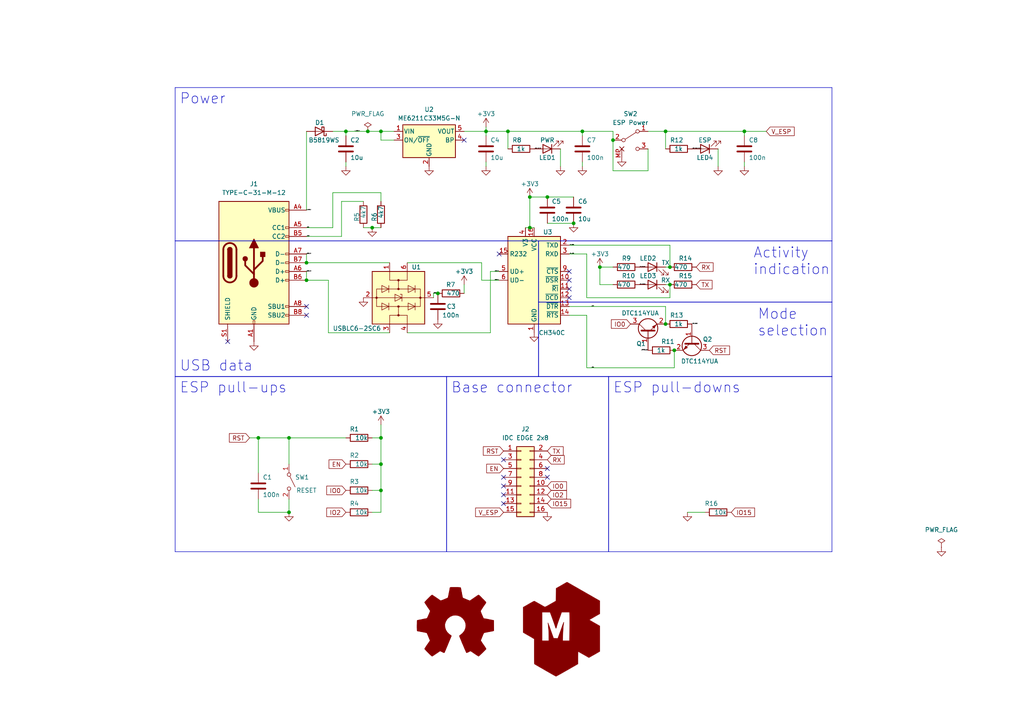
<source format=kicad_sch>
(kicad_sch (version 20211123) (generator eeschema)
  (paper "A4")
  (title_block (title "esp-12f-flasher/USB-UART") (date "2023-02-12") (rev "2.0") (company "makerspace.lt"))
  (lib_symbols
    (symbol "-local:LOGO_KMS" (pin_names (offset 1.016)))
    (symbol "-local:SW_SPDT" (pin_names (offset 0) hide)
      (property "Reference" "SW301" (at -1.27 5.08 0))
      (property "Value" "SW_SPDT" (at 3.81 -5.08 0))
      (symbol "SW_SPDT_1_1"
        (pin passive line (at 5.08 2.54 180) (length 2.54) (name "A") (number "1"))
        (pin passive line (at -5.08 0 0) (length 2.54) (name "B") (number "2"))
        (pin passive line (at 5.08 -2.54 180) (length 2.54) (name "C") (number "3"))
        (pin passive non_logic (at -2.54 -5.08 90) (length 2.54) (name "MP") (number "MP"))
      )
    )
    (symbol "Connector:USB_C_Receptacle_USB2.0" (pin_names (offset 1.016))
      (property "Reference" "J" (at -10.16 19.05 0))
      (property "Value" "USB_C_Receptacle_USB2.0" (at 19.05 19.05 0))
      (symbol "USB_C_Receptacle_USB2.0_1_1"
        (pin passive line (at 0 -22.86 90) (length 5.08) (name "GND") (number "A1"))
        (pin passive line (at 0 -22.86 90) (length 5.08) hide (name "GND") (number "A12"))
        (pin passive line (at 15.24 15.24 180) (length 5.08) (name "VBUS") (number "A4"))
        (pin bidirectional line (at 15.24 10.16 180) (length 5.08) (name "CC1") (number "A5"))
        (pin bidirectional line (at 15.24 -2.54 180) (length 5.08) (name "D+") (number "A6"))
        (pin bidirectional line (at 15.24 2.54 180) (length 5.08) (name "D-") (number "A7"))
        (pin bidirectional line (at 15.24 -12.7 180) (length 5.08) (name "SBU1") (number "A8"))
        (pin passive line (at 15.24 15.24 180) (length 5.08) hide (name "VBUS") (number "A9"))
        (pin passive line (at 0 -22.86 90) (length 5.08) hide (name "GND") (number "B1"))
        (pin passive line (at 0 -22.86 90) (length 5.08) hide (name "GND") (number "B12"))
        (pin passive line (at 15.24 15.24 180) (length 5.08) hide (name "VBUS") (number "B4"))
        (pin bidirectional line (at 15.24 7.62 180) (length 5.08) (name "CC2") (number "B5"))
        (pin bidirectional line (at 15.24 -5.08 180) (length 5.08) (name "D+") (number "B6"))
        (pin bidirectional line (at 15.24 0 180) (length 5.08) (name "D-") (number "B7"))
        (pin bidirectional line (at 15.24 -15.24 180) (length 5.08) (name "SBU2") (number "B8"))
        (pin passive line (at 15.24 15.24 180) (length 5.08) hide (name "VBUS") (number "B9"))
        (pin passive line (at -7.62 -22.86 90) (length 5.08) (name "SHIELD") (number "S1"))
      )
    )
    (symbol "Connector_Generic:Conn_02x08_Odd_Even" (pin_names (offset 1.016) hide)
      (property "Reference" "J" (at 1.27 10.16 0))
      (property "Value" "Conn_02x08_Odd_Even" (at 1.27 -12.7 0))
      (symbol "Conn_02x08_Odd_Even_1_1"
        (pin passive line (at -5.08 7.62 0) (length 3.81) (name "Pin_1") (number "1"))
        (pin passive line (at 7.62 -2.54 180) (length 3.81) (name "Pin_10") (number "10"))
        (pin passive line (at -5.08 -5.08 0) (length 3.81) (name "Pin_11") (number "11"))
        (pin passive line (at 7.62 -5.08 180) (length 3.81) (name "Pin_12") (number "12"))
        (pin passive line (at -5.08 -7.62 0) (length 3.81) (name "Pin_13") (number "13"))
        (pin passive line (at 7.62 -7.62 180) (length 3.81) (name "Pin_14") (number "14"))
        (pin passive line (at -5.08 -10.16 0) (length 3.81) (name "Pin_15") (number "15"))
        (pin passive line (at 7.62 -10.16 180) (length 3.81) (name "Pin_16") (number "16"))
        (pin passive line (at 7.62 7.62 180) (length 3.81) (name "Pin_2") (number "2"))
        (pin passive line (at -5.08 5.08 0) (length 3.81) (name "Pin_3") (number "3"))
        (pin passive line (at 7.62 5.08 180) (length 3.81) (name "Pin_4") (number "4"))
        (pin passive line (at -5.08 2.54 0) (length 3.81) (name "Pin_5") (number "5"))
        (pin passive line (at 7.62 2.54 180) (length 3.81) (name "Pin_6") (number "6"))
        (pin passive line (at -5.08 0 0) (length 3.81) (name "Pin_7") (number "7"))
        (pin passive line (at 7.62 0 180) (length 3.81) (name "Pin_8") (number "8"))
        (pin passive line (at -5.08 -2.54 0) (length 3.81) (name "Pin_9") (number "9"))
      )
    )
    (symbol "Device:C" (pin_numbers hide) (pin_names (offset 0.254))
      (property "Reference" "C" (at 0.635 2.54 0))
      (property "Value" "C" (at 0.635 -2.54 0))
      (symbol "C_1_1"
        (pin passive line (at 0 3.81 270) (length 2.794) (name "~") (number "1"))
        (pin passive line (at 0 -3.81 90) (length 2.794) (name "~") (number "2"))
      )
    )
    (symbol "Device:D_Schottky" (pin_numbers hide) (pin_names (offset 1.016) hide)
      (property "Reference" "D" (at 0 2.54 0))
      (property "Value" "D_Schottky" (at 0 -2.54 0))
      (symbol "D_Schottky_1_1"
        (pin passive line (at -3.81 0 0) (length 2.54) (name "K") (number "1"))
        (pin passive line (at 3.81 0 180) (length 2.54) (name "A") (number "2"))
      )
    )
    (symbol "Device:LED" (pin_numbers hide) (pin_names (offset 1.016) hide)
      (property "Reference" "D" (at 0 2.54 0))
      (property "Value" "LED" (at 0 -2.54 0))
      (symbol "LED_1_1"
        (pin passive line (at -3.81 0 0) (length 2.54) (name "K") (number "1"))
        (pin passive line (at 3.81 0 180) (length 2.54) (name "A") (number "2"))
      )
    )
    (symbol "Device:Q_NPN_BEC" (pin_names (offset 0) hide)
      (property "Reference" "Q" (at 5.08 1.27 0))
      (property "Value" "Q_NPN_BEC" (at 5.08 -1.27 0))
      (symbol "Q_NPN_BEC_1_1"
        (pin input line (at -5.08 0 0) (length 5.715) (name "B") (number "1"))
        (pin passive line (at 2.54 -5.08 90) (length 2.54) (name "E") (number "2"))
        (pin passive line (at 2.54 5.08 270) (length 2.54) (name "C") (number "3"))
      )
    )
    (symbol "Device:R" (pin_numbers hide) (pin_names (offset 0))
      (property "Reference" "R" (at 2.032 0 90))
      (property "Value" "R" (at 0 0 90))
      (symbol "R_1_1"
        (pin passive line (at 0 3.81 270) (length 1.27) (name "~") (number "1"))
        (pin passive line (at 0 -3.81 90) (length 1.27) (name "~") (number "2"))
      )
    )
    (symbol "Graphic:Logo_Open_Hardware_Large" (pin_names (offset 1.016)))
    (symbol "Interface_USB:CH340C"
      (property "Reference" "U" (at -5.08 13.97 0))
      (property "Value" "CH340C" (at 1.27 13.97 0))
      (symbol "CH340C_1_1"
        (pin power_in line (at 0 -15.24 90) (length 2.54) (name "GND") (number "1"))
        (pin input line (at 10.16 0 180) (length 2.54) (name "~{DSR}") (number "10"))
        (pin input line (at 10.16 -2.54 180) (length 2.54) (name "~{RI}") (number "11"))
        (pin input line (at 10.16 -5.08 180) (length 2.54) (name "~{DCD}") (number "12"))
        (pin output line (at 10.16 -7.62 180) (length 2.54) (name "~{DTR}") (number "13"))
        (pin output line (at 10.16 -10.16 180) (length 2.54) (name "~{RTS}") (number "14"))
        (pin input line (at -10.16 7.62 0) (length 2.54) (name "R232") (number "15"))
        (pin power_in line (at 0 15.24 270) (length 2.54) (name "VCC") (number "16"))
        (pin output line (at 10.16 10.16 180) (length 2.54) (name "TXD") (number "2"))
        (pin input line (at 10.16 7.62 180) (length 2.54) (name "RXD") (number "3"))
        (pin passive line (at -2.54 15.24 270) (length 2.54) (name "V3") (number "4"))
        (pin bidirectional line (at -10.16 2.54 0) (length 2.54) (name "UD+") (number "5"))
        (pin bidirectional line (at -10.16 0 0) (length 2.54) (name "UD-") (number "6"))
        (pin no_connect line (at -7.62 -7.62 0) (length 2.54) hide (name "NC") (number "7"))
        (pin no_connect line (at -7.62 -10.16 0) (length 2.54) hide (name "NC") (number "8"))
        (pin input line (at 10.16 2.54 180) (length 2.54) (name "~{CTS}") (number "9"))
      )
    )
    (symbol "Power_Protection:USBLC6-2SC6" (pin_names hide)
      (property "Reference" "U" (at 2.54 8.89 0))
      (property "Value" "USBLC6-2SC6" (at 2.54 -8.89 0))
      (symbol "USBLC6-2SC6_1_1"
        (pin passive line (at -10.16 -2.54 0) (length 2.54) (name "I/O1") (number "1"))
        (pin passive line (at 0 -10.16 90) (length 2.54) (name "GND") (number "2"))
        (pin passive line (at 10.16 -2.54 180) (length 2.54) (name "I/O2") (number "3"))
        (pin passive line (at 10.16 2.54 180) (length 2.54) (name "I/O2") (number "4"))
        (pin passive line (at 0 10.16 270) (length 2.54) (name "VBUS") (number "5"))
        (pin passive line (at -10.16 2.54 0) (length 2.54) (name "I/O1") (number "6"))
      )
    )
    (symbol "Regulator_Linear:LP2985-3.3" (pin_names (offset 0.254))
      (property "Reference" "U" (at -6.35 5.715 0))
      (property "Value" "LP2985-3.3" (at 0 5.715 0))
      (symbol "LP2985-3.3_1_1"
        (pin power_in line (at -10.16 2.54 0) (length 2.54) (name "VIN") (number "1"))
        (pin power_in line (at 0 -7.62 90) (length 2.54) (name "GND") (number "2"))
        (pin input line (at -10.16 0 0) (length 2.54) (name "ON/~{OFF}") (number "3"))
        (pin input line (at 10.16 0 180) (length 2.54) (name "BP") (number "4"))
        (pin power_out line (at 10.16 2.54 180) (length 2.54) (name "VOUT") (number "5"))
      )
    )
    (symbol "Switch:SW_SPST" (pin_names (offset 0) hide)
      (property "Reference" "SW" (at 0 3.175 0))
      (property "Value" "SW_SPST" (at 0 -2.54 0))
      (symbol "SW_SPST_1_1"
        (pin passive line (at -5.08 0 0) (length 2.54) (name "A") (number "1"))
        (pin passive line (at 5.08 0 180) (length 2.54) (name "B") (number "2"))
      )
    )
    (symbol "power:+3V3" (power) (pin_names (offset 0))
      (property "Value" "+3V3" (at 0 3.556 0))
      (symbol "+3V3_1_1"
        (pin power_in line (at 0 0 90) (length 0) hide (name "+3V3") (number "1"))
      )
    )
    (symbol "power:GND" (power) (pin_names (offset 0))
      (property "Value" "GND" (at 0 -3.81 0))
      (symbol "GND_1_1"
        (pin power_in line (at 0 0 270) (length 0) hide (name "GND") (number "1"))
      )
    )
    (symbol "power:PWR_FLAG" (power) (pin_numbers hide) (pin_names (offset 0) hide)
      (property "Value" "PWR_FLAG" (at 0 3.81 0))
      (symbol "PWR_FLAG_0_0"
        (pin power_out line (at 0 0 90) (length 0) (name "pwr") (number "1"))
      )
    )
  )
  (junction (at 194.31 82.55))
  (junction (at 83.82 148.59))
  (junction (at 110.49 127))
  (junction (at 177.8 40.64))
  (junction (at 140.97 38.1))
  (junction (at 153.67 57.15))
  (junction (at 110.49 134.62))
  (junction (at 173.99 77.47))
  (junction (at 110.49 38.1))
  (junction (at 195.58 101.6))
  (junction (at 193.04 38.1))
  (junction (at 74.93 127))
  (junction (at 107.95 66.04))
  (junction (at 168.91 38.1))
  (junction (at 127 85.09))
  (junction (at 166.37 64.77))
  (junction (at 83.82 127))
  (junction (at 110.49 142.24))
  (junction (at 147.32 38.1))
  (junction (at 193.04 93.98))
  (junction (at 100.33 38.1))
  (junction (at 88.9 76.2))
  (junction (at 106.68 38.1))
  (junction (at 153.67 66.04))
  (junction (at 215.9 38.1))
  (junction (at 194.31 77.47))
  (junction (at 158.75 57.15))
  (junction (at 88.9 81.28))
  (no_connect (at 144.78 73.66))
  (no_connect (at 165.1 86.36))
  (no_connect (at 158.75 135.89))
  (no_connect (at 165.1 83.82))
  (no_connect (at 165.1 78.74))
  (no_connect (at 88.9 91.44))
  (no_connect (at 88.9 88.9))
  (no_connect (at 146.05 143.51))
  (no_connect (at 146.05 133.35))
  (no_connect (at 165.1 81.28))
  (no_connect (at 146.05 140.97))
  (no_connect (at 134.62 40.64))
  (no_connect (at 146.05 146.05))
  (no_connect (at 146.05 138.43))
  (no_connect (at 158.75 138.43))
  (no_connect (at 66.04 99.06))
  (wire (pts (xy 110.49 134.62) (xy 110.49 127)))
  (wire (pts (xy 158.75 64.77) (xy 166.37 64.77)))
  (polyline (pts (xy 50.8 109.22) (xy 129.54 109.22)) (stroke (width 0) (type solid)))
  (wire (pts (xy 139.7 81.28) (xy 144.78 81.28)))
  (wire (pts (xy 194.31 77.47) (xy 193.04 77.47)))
  (polyline (pts (xy 129.54 109.22) (xy 129.54 160.02)) (stroke (width 0) (type solid)))
  (wire (pts (xy 140.97 48.26) (xy 140.97 46.99)))
  (polyline (pts (xy 241.3 109.22) (xy 241.3 160.02)) (stroke (width 0) (type solid)))
  (wire (pts (xy 88.9 73.66) (xy 88.9 76.2)))
  (wire (pts (xy 107.95 134.62) (xy 110.49 134.62)))
  (wire (pts (xy 83.82 127) (xy 100.33 127)))
  (wire (pts (xy 134.62 82.55) (xy 134.62 85.09)))
  (wire (pts (xy 88.9 68.58) (xy 99.06 68.58)))
  (wire (pts (xy 107.95 142.24) (xy 110.49 142.24)))
  (polyline (pts (xy 50.8 25.4) (xy 241.3 25.4)) (stroke (width 0) (type solid)))
  (polyline (pts (xy 241.3 109.22) (xy 156.21 109.22)) (stroke (width 0) (type solid)))
  (wire (pts (xy 194.31 82.55) (xy 193.04 82.55)))
  (wire (pts (xy 153.67 57.15) (xy 158.75 57.15)))
  (wire (pts (xy 177.8 49.53) (xy 177.8 40.64)))
  (polyline (pts (xy 50.8 69.85) (xy 156.21 69.85)) (stroke (width 0) (type solid)))
  (wire (pts (xy 153.67 66.04) (xy 153.67 57.15)))
  (wire (pts (xy 118.11 96.52) (xy 142.24 96.52)))
  (wire (pts (xy 193.04 38.1) (xy 215.9 38.1)))
  (polyline (pts (xy 241.3 87.63) (xy 241.3 109.22)) (stroke (width 0) (type solid)))
  (wire (pts (xy 110.49 127) (xy 110.49 123.19)))
  (wire (pts (xy 140.97 38.1) (xy 140.97 39.37)))
  (polyline (pts (xy 129.54 160.02) (xy 50.8 160.02)) (stroke (width 0) (type solid)))
  (wire (pts (xy 95.25 81.28) (xy 88.9 81.28)))
  (wire (pts (xy 99.06 58.42) (xy 105.41 58.42)))
  (wire (pts (xy 96.52 55.88) (xy 110.49 55.88)))
  (wire (pts (xy 208.28 48.26) (xy 208.28 43.18)))
  (wire (pts (xy 88.9 78.74) (xy 88.9 81.28)))
  (wire (pts (xy 147.32 38.1) (xy 147.32 43.18)))
  (polyline (pts (xy 156.21 87.63) (xy 241.3 87.63)) (stroke (width 0) (type solid)))
  (wire (pts (xy 187.96 43.18) (xy 187.96 49.53)))
  (wire (pts (xy 88.9 38.1) (xy 88.9 60.96)))
  (polyline (pts (xy 176.53 109.22) (xy 176.53 160.02)) (stroke (width 0) (type solid)))
  (wire (pts (xy 187.96 49.53) (xy 177.8 49.53)))
  (wire (pts (xy 74.93 144.78) (xy 74.93 148.59)))
  (wire (pts (xy 194.31 71.12) (xy 194.31 77.47)))
  (polyline (pts (xy 156.21 69.85) (xy 241.3 69.85)) (stroke (width 0) (type solid)))
  (polyline (pts (xy 156.21 69.85) (xy 156.21 109.22)) (stroke (width 0) (type solid)))
  (wire (pts (xy 88.9 76.2) (xy 113.03 76.2)))
  (wire (pts (xy 83.82 127) (xy 83.82 134.62)))
  (wire (pts (xy 74.93 148.59) (xy 83.82 148.59)))
  (wire (pts (xy 110.49 38.1) (xy 114.3 38.1)))
  (wire (pts (xy 100.33 48.26) (xy 100.33 46.99)))
  (wire (pts (xy 125.73 86.36) (xy 125.73 85.09)))
  (polyline (pts (xy 176.53 109.22) (xy 241.3 109.22)) (stroke (width 0) (type solid)))
  (polyline (pts (xy 50.8 25.4) (xy 50.8 69.85)) (stroke (width 0) (type solid)))
  (wire (pts (xy 114.3 40.64) (xy 110.49 40.64)))
  (wire (pts (xy 140.97 38.1) (xy 147.32 38.1)))
  (wire (pts (xy 199.39 148.59) (xy 204.47 148.59)))
  (wire (pts (xy 215.9 48.26) (xy 215.9 46.99)))
  (wire (pts (xy 147.32 38.1) (xy 168.91 38.1)))
  (wire (pts (xy 193.04 38.1) (xy 193.04 43.18)))
  (polyline (pts (xy 50.8 109.22) (xy 50.8 160.02)) (stroke (width 0) (type solid)))
  (polyline (pts (xy 156.21 69.85) (xy 156.21 87.63)) (stroke (width 0) (type solid)))
  (wire (pts (xy 165.1 73.66) (xy 170.18 73.66)))
  (wire (pts (xy 215.9 38.1) (xy 215.9 39.37)))
  (wire (pts (xy 96.52 38.1) (xy 100.33 38.1)))
  (wire (pts (xy 110.49 55.88) (xy 110.49 58.42)))
  (wire (pts (xy 168.91 48.26) (xy 168.91 46.99)))
  (wire (pts (xy 165.1 71.12) (xy 194.31 71.12)))
  (wire (pts (xy 187.96 38.1) (xy 193.04 38.1)))
  (wire (pts (xy 113.03 96.52) (xy 95.25 96.52)))
  (wire (pts (xy 170.18 91.44) (xy 170.18 106.68)))
  (wire (pts (xy 106.68 38.1) (xy 110.49 38.1)))
  (wire (pts (xy 194.31 86.36) (xy 194.31 82.55)))
  (polyline (pts (xy 176.53 160.02) (xy 129.54 160.02)) (stroke (width 0) (type solid)))
  (wire (pts (xy 173.99 77.47) (xy 173.99 82.55)))
  (wire (pts (xy 152.4 66.04) (xy 153.67 66.04)))
  (wire (pts (xy 88.9 66.04) (xy 96.52 66.04)))
  (polyline (pts (xy 241.3 160.02) (xy 176.53 160.02)) (stroke (width 0) (type solid)))
  (wire (pts (xy 177.8 77.47) (xy 173.99 77.47)))
  (wire (pts (xy 165.1 91.44) (xy 170.18 91.44)))
  (wire (pts (xy 165.1 88.9) (xy 193.04 88.9)))
  (wire (pts (xy 83.82 148.59) (xy 83.82 144.78)))
  (polyline (pts (xy 50.8 69.85) (xy 50.8 109.22)) (stroke (width 0) (type solid)))
  (polyline (pts (xy 156.21 87.63) (xy 156.21 109.22)) (stroke (width 0) (type solid)))
  (wire (pts (xy 107.95 127) (xy 110.49 127)))
  (polyline (pts (xy 241.3 87.63) (xy 156.21 87.63)) (stroke (width 0) (type solid)))
  (wire (pts (xy 100.33 39.37) (xy 100.33 38.1)))
  (wire (pts (xy 170.18 73.66) (xy 170.18 86.36)))
  (wire (pts (xy 158.75 57.15) (xy 166.37 57.15)))
  (wire (pts (xy 74.93 127) (xy 83.82 127)))
  (wire (pts (xy 193.04 88.9) (xy 193.04 93.98)))
  (wire (pts (xy 142.24 96.52) (xy 142.24 78.74)))
  (wire (pts (xy 110.49 142.24) (xy 110.49 134.62)))
  (wire (pts (xy 110.49 148.59) (xy 110.49 142.24)))
  (wire (pts (xy 170.18 86.36) (xy 194.31 86.36)))
  (wire (pts (xy 118.11 76.2) (xy 139.7 76.2)))
  (wire (pts (xy 153.67 66.04) (xy 154.94 66.04)))
  (wire (pts (xy 215.9 38.1) (xy 222.25 38.1)))
  (wire (pts (xy 177.8 40.64) (xy 177.8 38.1)))
  (polyline (pts (xy 129.54 109.22) (xy 129.54 160.02)) (stroke (width 0) (type solid)))
  (wire (pts (xy 107.95 148.59) (xy 110.49 148.59)))
  (wire (pts (xy 95.25 96.52) (xy 95.25 81.28)))
  (wire (pts (xy 100.33 38.1) (xy 106.68 38.1)))
  (polyline (pts (xy 241.3 69.85) (xy 50.8 69.85)) (stroke (width 0) (type solid)))
  (wire (pts (xy 140.97 36.83) (xy 140.97 38.1)))
  (wire (pts (xy 177.8 38.1) (xy 168.91 38.1)))
  (wire (pts (xy 139.7 76.2) (xy 139.7 81.28)))
  (polyline (pts (xy 176.53 109.22) (xy 176.53 160.02)) (stroke (width 0) (type solid)))
  (wire (pts (xy 134.62 38.1) (xy 140.97 38.1)))
  (wire (pts (xy 142.24 78.74) (xy 144.78 78.74)))
  (wire (pts (xy 162.56 48.26) (xy 162.56 43.18)))
  (polyline (pts (xy 129.54 109.22) (xy 176.53 109.22)) (stroke (width 0) (type solid)))
  (wire (pts (xy 173.99 82.55) (xy 177.8 82.55)))
  (polyline (pts (xy 156.21 109.22) (xy 50.8 109.22)) (stroke (width 0) (type solid)))
  (polyline (pts (xy 241.3 25.4) (xy 241.3 69.85)) (stroke (width 0) (type solid)))
  (wire (pts (xy 74.93 127) (xy 74.93 137.16)))
  (wire (pts (xy 195.58 106.68) (xy 195.58 101.6)))
  (wire (pts (xy 168.91 38.1) (xy 168.91 39.37)))
  (wire (pts (xy 170.18 106.68) (xy 195.58 106.68)))
  (wire (pts (xy 96.52 66.04) (xy 96.52 55.88)))
  (wire (pts (xy 105.41 66.04) (xy 107.95 66.04)))
  (polyline (pts (xy 241.3 69.85) (xy 241.3 87.63)) (stroke (width 0) (type solid)))
  (wire (pts (xy 125.73 85.09) (xy 127 85.09)))
  (wire (pts (xy 99.06 68.58) (xy 99.06 58.42)))
  (wire (pts (xy 110.49 40.64) (xy 110.49 38.1)))
  (wire (pts (xy 107.95 66.04) (xy 110.49 66.04)))
  (wire (pts (xy 72.39 127) (xy 74.93 127)))
  (text "Activity\nindication" (at 218.44 80.01 0) (effects (font (size 3 3)) (justify left bottom)))
  (text "USB data" (at 52.07 107.95 0) (effects (font (size 3 3)) (justify left bottom)))
  (text "Power" (at 52.07 30.48 0) (effects (font (size 3 3)) (justify left bottom)))
  (text "Base connector" (at 130.81 114.3 0) (effects (font (size 3 3)) (justify left bottom)))
  (text "ESP pull-downs" (at 177.8 114.3 0) (effects (font (size 3 3)) (justify left bottom)))
  (text "ESP pull-ups" (at 52.07 114.3 0) (effects (font (size 3 3)) (justify left bottom)))
  (text "Mode\nselection" (at 219.71 97.79 0) (effects (font (size 3 3)) (justify left bottom)))
  (label "USB_ESD_P" (at 125.73 85.09 0) (effects (font (size 0.2 0.2))))
  (label "_CC1" (at 88.9 66.04 0) (effects (font (size 0.2 0.2))))
  (label "_RTS" (at 171.45 106.68 0) (effects (font (size 0.2 0.2))))
  (label "V_USB_P" (at 102.87 38.1 0) (effects (font (size 0.2 0.2))))
  (label "USBE_D-" (at 88.9 73.66 0) (effects (font (size 0.2 0.2))))
  (label "V_USB_E" (at 88.9 60.96 0) (effects (font (size 0.2 0.2))))
  (label "_PWR_LED_CL" (at 154.94 43.18 0) (effects (font (size 0.2 0.2))))
  (label "_RST_BASE" (at 200.66 93.98 0) (effects (font (size 0.2 0.2))))
  (label "_RX_LED_CL" (at 185.42 82.55 0) (effects (font (size 0.2 0.2))))
  (label "_TX_USB" (at 165.1 71.12 0) (effects (font (size 0.2 0.2))))
  (label "USBE_D+" (at 88.9 78.74 0) (effects (font (size 0.2 0.2))))
  (label "_RX_USB" (at 165.1 73.66 0) (effects (font (size 0.2 0.2))))
  (label "_CC2" (at 88.9 68.58 0) (effects (font (size 0.2 0.2))))
  (label "_GPIO0_base" (at 187.96 101.6 180) (effects (font (size 0.2 0.2))))
  (label "_TX_LED_CL" (at 185.42 77.47 0) (effects (font (size 0.2 0.2))))
  (label "_ESP_PWR_LED_CL" (at 200.66 43.18 0) (effects (font (size 0.2 0.2))))
  (label "USB_D-" (at 144.78 81.28 180) (effects (font (size 0.2 0.2))))
  (label "USB_D+" (at 144.78 78.74 180) (effects (font (size 0.2 0.2))))
  (label "_DTR" (at 171.45 88.9 0) (effects (font (size 0.2 0.2))))
  (global_label "RST" (shape input) (at 146.05 130.81 180) (property "Intersheet References" "${INTERSHEET_REFS}" (effects hide)))
  (global_label "RX" (shape input) (at 201.93 77.47 0) (property "Intersheet References" "${INTERSHEET_REFS}" (effects hide)))
  (global_label "RX" (shape input) (at 158.75 133.35 0) (property "Intersheet References" "${INTERSHEET_REFS}" (effects hide)))
  (global_label "EN" (shape input) (at 146.05 135.89 180) (property "Intersheet References" "${INTERSHEET_REFS}" (effects hide)))
  (global_label "IO0" (shape input) (at 158.75 140.97 0) (property "Intersheet References" "${INTERSHEET_REFS}" (effects hide)))
  (global_label "IO0" (shape input) (at 182.88 93.98 180) (property "Intersheet References" "${INTERSHEET_REFS}" (effects hide)))
  (global_label "IO0" (shape input) (at 100.33 142.24 180) (property "Intersheet References" "${INTERSHEET_REFS}" (effects hide)))
  (global_label "V_ESP" (shape input) (at 222.25 38.1 0) (property "Intersheet References" "${INTERSHEET_REFS}" (effects hide)))
  (global_label "RST" (shape input) (at 205.74 101.6 0) (property "Intersheet References" "${INTERSHEET_REFS}" (effects hide)))
  (global_label "IO15" (shape input) (at 158.75 146.05 0) (property "Intersheet References" "${INTERSHEET_REFS}" (effects hide)))
  (global_label "V_ESP" (shape input) (at 146.05 148.59 180) (property "Intersheet References" "${INTERSHEET_REFS}" (effects hide)))
  (global_label "RST" (shape input) (at 72.39 127 180) (property "Intersheet References" "${INTERSHEET_REFS}" (effects hide)))
  (global_label "EN" (shape input) (at 100.33 134.62 180) (property "Intersheet References" "${INTERSHEET_REFS}" (effects hide)))
  (global_label "TX" (shape input) (at 201.93 82.55 0) (property "Intersheet References" "${INTERSHEET_REFS}" (effects hide)))
  (global_label "IO2" (shape input) (at 158.75 143.51 0) (property "Intersheet References" "${INTERSHEET_REFS}" (effects hide)))
  (global_label "IO2" (shape input) (at 100.33 148.59 180) (property "Intersheet References" "${INTERSHEET_REFS}" (effects hide)))
  (global_label "IO15" (shape input) (at 212.09 148.59 0) (property "Intersheet References" "${INTERSHEET_REFS}" (effects hide)))
  (global_label "TX" (shape input) (at 158.75 130.81 0) (property "Intersheet References" "${INTERSHEET_REFS}" (effects hide)))
  (symbol (lib_id "Device:R") (at 110.49 62.23 180) (unit 1)
    (property "Reference" "R6" (at 108.585 61.595 90) (effects (justify left)))
    (property "Value" "4k7" (at 110.49 59.69 90) (effects (justify left)))
    (property "Footprint" "Resistor_SMD:R_0805_2012Metric" (effects hide))
    (property "jlc-part-type" "B" (effects hide))
    (property "lcsc#" "C17673" (effects hide))
  )
  (symbol (lib_id "Device:C") (at 158.75 60.96 0) (unit 1)
    (property "Reference" "C5" (at 160.02 58.42 0) (effects (justify left)))
    (property "Value" "100n" (at 160.02 63.5 0) (effects (justify left)))
    (property "Footprint" "Capacitor_SMD:C_0805_2012Metric" (effects hide))
    (property "jlc-part-type" "B" (effects hide))
    (property "lcsc#" "C28233" (effects hide))
  )
  (symbol (lib_id "Device:R") (at 105.41 62.23 180) (unit 1)
    (property "Reference" "R5" (at 103.505 61.595 90) (effects (justify left)))
    (property "Value" "4k7" (at 105.41 59.69 90) (effects (justify left)))
    (property "Footprint" "Resistor_SMD:R_0805_2012Metric" (effects hide))
    (property "jlc-part-type" "B" (effects hide))
    (property "lcsc#" "C17673" (effects hide))
  )
  (symbol (lib_id "Connector:USB_C_Receptacle_USB2.0") (at 73.66 76.2 0) (unit 1)
    (property "Reference" "J1" (at 73.66 53.34 0))
    (property "Value" "TYPE-C-31-M-12" (at 73.66 55.88 0))
    (property "Footprint" "-local:USB_C_Receptacle_HRO_TYPE-C-31-M-12" (effects hide))
    (property "Datasheet" "https://datasheet.lcsc.com/lcsc/2205251630_Korean-Hroparts-Elec-TYPE-C-31-M-12_C165948.pdf" (effects hide))
    (property "lcsc#" "C165948" (effects hide))
    (property "jlc-part-type" "E" (effects hide))
    (property "mpn" "TYPE-C-31-M-12" (effects hide))
  )
  (symbol (lib_id "Interface_USB:CH340C") (at 154.94 81.28 0) (unit 1)
    (property "Reference" "U3" (at 157.48 67.31 0) (effects (justify left)))
    (property "Value" "CH340C" (at 156.21 96.52 0) (effects (justify left)))
    (property "Footprint" "Package_SO:SOIC-16_3.9x9.9mm_P1.27mm" (effects hide))
    (property "Datasheet" "https://datasheet.lcsc.com/szlcsc/Jiangsu-Qin-Heng-CH340C_C84681.pdf" (effects hide))
    (property "lcsc#" "C84681" (effects hide))
    (property "jlc-part-type" "E" (effects hide))
    (property "mpn" "CH340C" (effects hide))
  )
  (symbol (lib_id "Connector_Generic:Conn_02x08_Odd_Even") (at 151.13 138.43 0) (unit 1)
    (property "Reference" "J2" (at 152.4 124.46 0))
    (property "Value" "IDC EDGE 2x8" (at 152.4 127 0))
    (property "Footprint" "-local:IDC-Female_2x08_P2.54mm_Edge" (effects hide))
    (property "jlc-part-type" "-" (effects hide))
    (property "lcsc#" "C601927" (effects hide))
  )
  (symbol (lib_id "power:GND") (at 215.9 48.26 0) (unit 1)
    (property "Reference" "#PWR022" (effects hide))
    (property "Value" "GND" (effects hide))
  )
  (symbol (lib_id "power:+3V3") (at 134.62 82.55 0) (unit 1)
    (property "Reference" "#PWR09" (effects hide))
    (property "Value" "+3V3" (at 134.62 78.74 0))
  )
  (symbol (lib_id "Device:R") (at 104.14 142.24 90) (unit 1)
    (property "Reference" "R3" (at 104.14 139.7 90) (effects (justify left)))
    (property "Value" "10k" (at 106.68 142.24 90) (effects (justify left)))
    (property "Footprint" "Resistor_SMD:R_0805_2012Metric" (effects hide))
    (property "jlc-part-type" "B" (effects hide))
    (property "lcsc#" "C17414" (effects hide))
  )
  (symbol (lib_id "Power_Protection:USBLC6-2SC6") (at 115.57 86.36 270) (unit 1)
    (property "Reference" "U1" (at 119.38 77.47 90) (effects (justify left)))
    (property "Value" "USBLC6-2SC6" (at 96.52 95.25 90) (effects (justify left)))
    (property "Footprint" "Package_TO_SOT_SMD:SOT-23-6" (effects hide))
    (property "Datasheet" "https://datasheet.lcsc.com/lcsc/2211151800_HXY-MOSFET-USBLC6-2SC6_C5261088.pdf" (effects hide))
    (property "lcsc#" "C5261088" (effects hide))
    (property "jlc-part-type" "E" (effects hide))
    (property "mpn" "USBLC6-2SC6" (effects hide))
  )
  (symbol (lib_id "power:GND") (at 273.05 158.75 0) (unit 1)
    (property "Reference" "#PWR023" (effects hide))
    (property "Value" "GND" (effects hide))
  )
  (symbol (lib_id "Device:R") (at 104.14 134.62 90) (unit 1)
    (property "Reference" "R2" (at 104.14 132.08 90) (effects (justify left)))
    (property "Value" "10k" (at 106.68 134.62 90) (effects (justify left)))
    (property "Footprint" "Resistor_SMD:R_0805_2012Metric" (effects hide))
    (property "jlc-part-type" "B" (effects hide))
    (property "lcsc#" "C17414" (effects hide))
  )
  (symbol (lib_id "power:PWR_FLAG") (at 273.05 158.75 0) (unit 1)
    (property "Reference" "#FLG02" (effects hide))
    (property "Value" "PWR_FLAG" (at 273.05 153.67 0))
  )
  (symbol (lib_id "power:PWR_FLAG") (at 106.68 38.1 0) (unit 1)
    (property "Reference" "#FLG01" (effects hide))
    (property "Value" "PWR_FLAG" (at 106.68 33.02 0))
  )
  (symbol (lib_id "Device:LED") (at 189.23 77.47 0) (mirror y) (unit 1)
    (property "Reference" "LED2" (at 187.96 74.93 0))
    (property "Value" "TX" (at 193.04 76.2 0))
    (property "Footprint" "LED_SMD:LED_0805_2012Metric" (effects hide))
    (property "Datasheet" "https://datasheet.lcsc.com/lcsc/1806151820_Hubei-KENTO-Elec-C2297_C2297.pdf" (effects hide))
    (property "jlc-part-type" "B" (effects hide))
    (property "lcsc#" "C2297" (effects hide))
  )
  (symbol (lib_id "power:GND") (at 208.28 48.26 0) (unit 1)
    (property "Reference" "#PWR021" (effects hide))
    (property "Value" "GND" (effects hide))
  )
  (symbol (lib_id "Device:C") (at 127 88.9 0) (unit 1)
    (property "Reference" "C3" (at 129.54 88.9 0) (effects (justify left)))
    (property "Value" "100n" (at 128.27 91.44 0) (effects (justify left)))
    (property "Footprint" "Capacitor_SMD:C_0805_2012Metric" (effects hide))
    (property "jlc-part-type" "B" (effects hide))
    (property "lcsc#" "C28233" (effects hide))
  )
  (symbol (lib_id "Device:C") (at 168.91 43.18 0) (unit 1)
    (property "Reference" "C7" (at 170.18 40.64 0) (effects (justify left)))
    (property "Value" "100n" (at 170.18 45.72 0) (effects (justify left)))
    (property "Footprint" "Capacitor_SMD:C_0805_2012Metric" (effects hide))
    (property "jlc-part-type" "B" (effects hide))
    (property "lcsc#" "C28233" (effects hide))
  )
  (symbol (lib_id "power:+3V3") (at 110.49 123.19 0) (unit 1)
    (property "Reference" "#PWR06" (effects hide))
    (property "Value" "+3V3" (at 110.49 119.38 0))
  )
  (symbol (lib_id "Device:R") (at 196.85 93.98 270) (unit 1)
    (property "Reference" "R13" (at 194.31 91.44 90) (effects (justify left)))
    (property "Value" "1k" (at 195.58 93.98 90) (effects (justify left)))
    (property "Footprint" "Resistor_SMD:R_0805_2012Metric" (effects hide))
    (property "jlc-part-type" "B" (effects hide))
    (property "lcsc#" "C17513" (effects hide))
  )
  (symbol (lib_id "Device:R") (at 130.81 85.09 90) (unit 1)
    (property "Reference" "R7" (at 132.08 82.55 90) (effects (justify left)))
    (property "Value" "470" (at 133.35 85.09 90) (effects (justify left)))
    (property "Footprint" "Resistor_SMD:R_0805_2012Metric" (effects hide))
    (property "jlc-part-type" "B" (effects hide))
    (property "lcsc#" "C17710" (effects hide))
  )
  (symbol (lib_id "-local:LOGO_KMS") (at 161.29 181.61 0) (unit 1) (in_bom no)
    (property "Reference" "G2" (effects hide))
    (property "Value" "LOGO_KMS" (effects hide))
    (property "Footprint" "-local:logo_kms_small_silkscreen" (effects hide))
  )
  (symbol (lib_id "power:GND") (at 162.56 48.26 0) (unit 1)
    (property "Reference" "#PWR015" (effects hide))
    (property "Value" "GND" (effects hide))
  )
  (symbol (lib_id "power:GND") (at 83.82 148.59 0) (unit 1)
    (property "Reference" "#PWR02" (effects hide))
    (property "Value" "GND" (effects hide))
  )
  (symbol (lib_id "Device:C") (at 215.9 43.18 0) (unit 1)
    (property "Reference" "C8" (at 217.17 40.64 0) (effects (justify left)))
    (property "Value" "100n" (at 217.17 45.72 0) (effects (justify left)))
    (property "Footprint" "Capacitor_SMD:C_0805_2012Metric" (effects hide))
    (property "jlc-part-type" "B" (effects hide))
    (property "lcsc#" "C28233" (effects hide))
  )
  (symbol (lib_id "Device:LED") (at 204.47 43.18 180) (unit 1)
    (property "Reference" "LED4" (at 204.47 45.72 0))
    (property "Value" "ESP" (at 204.47 40.64 0))
    (property "Footprint" "LED_SMD:LED_0805_2012Metric" (effects hide))
    (property "Datasheet" "https://datasheet.lcsc.com/lcsc/1806151820_Hubei-KENTO-Elec-C2297_C2297.pdf" (effects hide))
    (property "jlc-part-type" "B" (effects hide))
    (property "lcsc#" "C2297" (effects hide))
  )
  (symbol (lib_id "power:GND") (at 168.91 48.26 0) (unit 1)
    (property "Reference" "#PWR017" (effects hide))
    (property "Value" "GND" (effects hide))
  )
  (symbol (lib_id "Device:R") (at 104.14 127 90) (unit 1)
    (property "Reference" "R1" (at 104.14 124.46 90) (effects (justify left)))
    (property "Value" "10k" (at 106.68 127 90) (effects (justify left)))
    (property "Footprint" "Resistor_SMD:R_0805_2012Metric" (effects hide))
    (property "jlc-part-type" "B" (effects hide))
    (property "lcsc#" "C17414" (effects hide))
  )
  (symbol (lib_id "power:GND") (at 124.46 48.26 0) (unit 1)
    (property "Reference" "#PWR07" (effects hide))
    (property "Value" "GND" (effects hide))
  )
  (symbol (lib_id "Device:R") (at 191.77 101.6 270) (unit 1)
    (property "Reference" "R11" (at 191.77 99.06 90) (effects (justify left)))
    (property "Value" "1k" (at 190.5 101.6 90) (effects (justify left)))
    (property "Footprint" "Resistor_SMD:R_0805_2012Metric" (effects hide))
    (property "jlc-part-type" "B" (effects hide))
    (property "lcsc#" "C17513" (effects hide))
  )
  (symbol (lib_id "Device:C") (at 74.93 140.97 0) (unit 1)
    (property "Reference" "C1" (at 76.2 138.43 0) (effects (justify left)))
    (property "Value" "100n" (at 76.2 143.51 0) (effects (justify left)))
    (property "Footprint" "Capacitor_SMD:C_0805_2012Metric" (effects hide))
    (property "jlc-part-type" "B" (effects hide))
    (property "lcsc#" "C28233" (effects hide))
  )
  (symbol (lib_id "power:+3V3") (at 140.97 36.83 0) (unit 1)
    (property "Reference" "#PWR010" (effects hide))
    (property "Value" "+3V3" (at 140.97 33.02 0))
  )
  (symbol (lib_id "Device:R") (at 198.12 77.47 270) (mirror x) (unit 1)
    (property "Reference" "R14" (at 196.85 74.93 90) (effects (justify left)))
    (property "Value" "470" (at 195.58 77.47 90) (effects (justify left)))
    (property "Footprint" "Resistor_SMD:R_0805_2012Metric" (effects hide))
    (property "jlc-part-type" "B" (effects hide))
    (property "lcsc#" "C17710" (effects hide))
  )
  (symbol (lib_id "Device:LED") (at 189.23 82.55 0) (mirror y) (unit 1)
    (property "Reference" "LED3" (at 187.96 80.01 0))
    (property "Value" "RX" (at 193.04 81.28 0))
    (property "Footprint" "LED_SMD:LED_0805_2012Metric" (effects hide))
    (property "Datasheet" "https://datasheet.lcsc.com/lcsc/1806151820_Hubei-KENTO-Elec-C2297_C2297.pdf" (effects hide))
    (property "jlc-part-type" "B" (effects hide))
    (property "lcsc#" "C2297" (effects hide))
  )
  (symbol (lib_id "power:GND") (at 140.97 48.26 0) (unit 1)
    (property "Reference" "#PWR011" (effects hide))
    (property "Value" "GND" (effects hide))
  )
  (symbol (lib_id "Device:D_Schottky") (at 92.71 38.1 180) (unit 1)
    (property "Reference" "D1" (at 92.71 35.56 0))
    (property "Value" "B5819WS" (at 93.98 40.64 0))
    (property "Footprint" "Diode_SMD:D_SOD-323" (effects hide))
    (property "Datasheet" "https://datasheet.lcsc.com/lcsc/1811011616_Shandong-Jingdao-Microelectronics-B5819WS_C169530.pdf" (effects hide))
    (property "lcsc#" "C169530" (effects hide))
    (property "jlc-part-type" "E" (effects hide))
    (property "mpn" "B5819WS" (effects hide))
  )
  (symbol (lib_id "power:GND") (at 73.66 99.06 0) (unit 1)
    (property "Reference" "#PWR01" (effects hide))
    (property "Value" "GND" (effects hide))
  )
  (symbol (lib_id "Device:R") (at 181.61 82.55 270) (mirror x) (unit 1)
    (property "Reference" "R10" (at 180.34 80.01 90) (effects (justify left)))
    (property "Value" "470" (at 179.07 82.55 90) (effects (justify left)))
    (property "Footprint" "Resistor_SMD:R_0805_2012Metric" (effects hide))
    (property "jlc-part-type" "B" (effects hide))
    (property "lcsc#" "C17710" (effects hide))
  )
  (symbol (lib_id "power:GND") (at 100.33 48.26 0) (unit 1)
    (property "Reference" "#PWR03" (effects hide))
    (property "Value" "GND" (effects hide))
  )
  (symbol (lib_id "Device:LED") (at 158.75 43.18 180) (unit 1)
    (property "Reference" "LED1" (at 158.75 45.72 0))
    (property "Value" "PWR" (at 158.75 40.64 0))
    (property "Footprint" "LED_SMD:LED_0805_2012Metric" (effects hide))
    (property "Datasheet" "https://datasheet.lcsc.com/lcsc/1806151820_Hubei-KENTO-Elec-C2297_C2297.pdf" (effects hide))
    (property "jlc-part-type" "B" (effects hide))
    (property "lcsc#" "C2297" (effects hide))
  )
  (symbol (lib_id "Switch:SW_SPST") (at 83.82 139.7 270) (unit 1)
    (property "Reference" "SW1" (at 87.63 138.43 90))
    (property "Value" "RESET" (at 88.9 142.24 90))
    (property "Footprint" "-local:1TS003B-2400-3500A-CT" (effects hide))
    (property "Datasheet" "https://datasheet.lcsc.com/lcsc/1811070920_HYP--Hongyuan-Precision-1TS003B-2400-3500A-CT_C319398.pdf" (effects hide))
    (property "lcsc#" "C319398" (effects hide))
    (property "jlc-part-type" "E" (effects hide))
    (property "mpn" "1TS003B-2400-3500A-CT" (effects hide))
  )
  (symbol (lib_id "Device:C") (at 100.33 43.18 0) (unit 1)
    (property "Reference" "C2" (at 101.6 40.64 0) (effects (justify left)))
    (property "Value" "10u" (at 101.6 45.72 0) (effects (justify left)))
    (property "Footprint" "Capacitor_SMD:C_0805_2012Metric" (effects hide))
    (property "jlc-part-type" "B" (effects hide))
    (property "lcsc#" "C15850" (effects hide))
  )
  (symbol (lib_id "Device:R") (at 151.13 43.18 270) (unit 1)
    (property "Reference" "R8" (at 148.59 40.64 90) (effects (justify left)))
    (property "Value" "1k" (at 149.86 43.18 90) (effects (justify left)))
    (property "Footprint" "Resistor_SMD:R_0805_2012Metric" (effects hide))
    (property "jlc-part-type" "B" (effects hide))
    (property "lcsc#" "C17513" (effects hide))
  )
  (symbol (lib_id "-local:SW_SPDT") (at 182.88 40.64 0) (unit 1)
    (property "Reference" "SW2" (at 182.88 33.02 0))
    (property "Value" "ESP Power" (at 182.88 35.56 0))
    (property "Footprint" "-local:SW_SPDT_PCM12" (effects hide))
    (property "Datasheet" "https://datasheet.lcsc.com/lcsc/1808041445_ALPSALPINE-SSSS811101_C109335.pdf" (effects hide))
    (property "lcsc#" "C109335" (effects hide))
    (property "jlc-part-type" "E" (effects hide))
    (property "mpn" "SSSS811101" (effects hide))
  )
  (symbol (lib_id "Device:R") (at 181.61 77.47 270) (mirror x) (unit 1)
    (property "Reference" "R9" (at 180.34 74.93 90) (effects (justify left)))
    (property "Value" "470" (at 179.07 77.47 90) (effects (justify left)))
    (property "Footprint" "Resistor_SMD:R_0805_2012Metric" (effects hide))
    (property "jlc-part-type" "B" (effects hide))
    (property "lcsc#" "C17710" (effects hide))
  )
  (symbol (lib_id "power:GND") (at 166.37 64.77 0) (unit 1)
    (property "Reference" "#PWR016" (effects hide))
    (property "Value" "GND" (effects hide))
  )
  (symbol (lib_id "Device:R") (at 208.28 148.59 90) (unit 1)
    (property "Reference" "R16" (at 208.28 146.05 90) (effects (justify left)))
    (property "Value" "10k" (at 210.82 148.59 90) (effects (justify left)))
    (property "Footprint" "Resistor_SMD:R_0805_2012Metric" (effects hide))
    (property "jlc-part-type" "B" (effects hide))
    (property "lcsc#" "C17414" (effects hide))
  )
  (symbol (lib_id "Device:Q_NPN_BEC") (at 187.96 96.52 90) (unit 1)
    (property "Reference" "Q1" (at 187.325 99.695 90) (effects (justify left)))
    (property "Value" "DTC114YUA" (at 191.135 90.805 90) (effects (justify left)))
    (property "Footprint" "Package_TO_SOT_SMD:SOT-323_SC-70" (effects hide))
    (property "Datasheet" "https://datasheet.lcsc.com/lcsc/1809212227_Changjiang-Electronics-Tech-CJ-DTC114YUA_C13490.pdf" (effects hide))
    (property "lcsc#" "C13490" (effects hide))
    (property "jlc-part-type" "E" (effects hide))
    (property "mpn" "DTC114YUA" (effects hide))
  )
  (symbol (lib_id "Device:C") (at 166.37 60.96 0) (unit 1)
    (property "Reference" "C6" (at 167.64 58.42 0) (effects (justify left)))
    (property "Value" "10u" (at 167.64 63.5 0) (effects (justify left)))
    (property "Footprint" "Capacitor_SMD:C_0805_2012Metric" (effects hide))
    (property "jlc-part-type" "B" (effects hide))
    (property "lcsc#" "C15850" (effects hide))
  )
  (symbol (lib_id "power:GND") (at 107.95 66.04 0) (unit 1)
    (property "Reference" "#PWR05" (effects hide))
    (property "Value" "GND" (effects hide))
  )
  (symbol (lib_id "Device:R") (at 198.12 82.55 270) (mirror x) (unit 1)
    (property "Reference" "R15" (at 196.85 80.01 90) (effects (justify left)))
    (property "Value" "470" (at 195.58 82.55 90) (effects (justify left)))
    (property "Footprint" "Resistor_SMD:R_0805_2012Metric" (effects hide))
    (property "jlc-part-type" "B" (effects hide))
    (property "lcsc#" "C17710" (effects hide))
  )
  (symbol (lib_id "Device:R") (at 104.14 148.59 90) (unit 1)
    (property "Reference" "R4" (at 104.14 146.05 90) (effects (justify left)))
    (property "Value" "10k" (at 106.68 148.59 90) (effects (justify left)))
    (property "Footprint" "Resistor_SMD:R_0805_2012Metric" (effects hide))
    (property "jlc-part-type" "B" (effects hide))
    (property "lcsc#" "C17414" (effects hide))
  )
  (symbol (lib_id "Device:R") (at 196.85 43.18 270) (unit 1)
    (property "Reference" "R12" (at 194.31 40.64 90) (effects (justify left)))
    (property "Value" "1k" (at 195.58 43.18 90) (effects (justify left)))
    (property "Footprint" "Resistor_SMD:R_0805_2012Metric" (effects hide))
    (property "jlc-part-type" "B" (effects hide))
    (property "lcsc#" "C17513" (effects hide))
  )
  (symbol (lib_id "power:GND") (at 127 92.71 0) (unit 1)
    (property "Reference" "#PWR08" (effects hide))
    (property "Value" "GND" (effects hide))
  )
  (symbol (lib_id "power:GND") (at 105.41 86.36 0) (unit 1)
    (property "Reference" "#PWR04" (effects hide))
    (property "Value" "GND" (effects hide))
  )
  (symbol (lib_id "power:GND") (at 180.34 45.72 0) (unit 1)
    (property "Reference" "#PWR019" (effects hide))
    (property "Value" "GND" (effects hide))
  )
  (symbol (lib_id "power:GND") (at 154.94 96.52 0) (unit 1)
    (property "Reference" "#PWR013" (effects hide))
    (property "Value" "GND" (effects hide))
  )
  (symbol (lib_id "Device:Q_NPN_BEC") (at 200.66 99.06 270) (unit 1)
    (property "Reference" "Q2" (at 203.835 98.425 90) (effects (justify left)))
    (property "Value" "DTC114YUA" (at 197.485 104.775 90) (effects (justify left)))
    (property "Footprint" "Package_TO_SOT_SMD:SOT-323_SC-70" (effects hide))
    (property "Datasheet" "https://datasheet.lcsc.com/lcsc/1809212227_Changjiang-Electronics-Tech-CJ-DTC114YUA_C13490.pdf" (effects hide))
    (property "lcsc#" "C13490" (effects hide))
    (property "jlc-part-type" "E" (effects hide))
    (property "mpn" "DTC114YUA" (effects hide))
  )
  (symbol (lib_id "power:+3V3") (at 173.99 77.47 0) (mirror y) (unit 1)
    (property "Reference" "#PWR018" (effects hide))
    (property "Value" "+3V3" (at 173.99 73.66 0))
  )
  (symbol (lib_id "Device:C") (at 140.97 43.18 0) (unit 1)
    (property "Reference" "C4" (at 142.24 40.64 0) (effects (justify left)))
    (property "Value" "10u" (at 142.24 45.72 0) (effects (justify left)))
    (property "Footprint" "Capacitor_SMD:C_0805_2012Metric" (effects hide))
    (property "jlc-part-type" "B" (effects hide))
    (property "lcsc#" "C15850" (effects hide))
  )
  (symbol (lib_id "power:GND") (at 199.39 148.59 0) (unit 1)
    (property "Reference" "#PWR020" (effects hide))
    (property "Value" "GND" (effects hide))
  )
  (symbol (lib_id "Regulator_Linear:LP2985-3.3") (at 124.46 40.64 0) (unit 1)
    (property "Reference" "U2" (at 124.46 31.75 0))
    (property "Value" "ME6211C33M5G-N" (at 124.46 34.29 0))
    (property "Footprint" "Package_TO_SOT_SMD:SOT-23-5" (effects hide))
    (property "Datasheet" "https://datasheet.lcsc.com/lcsc/1811131510_MICRONE-Nanjing-Micro-One-Elec-ME6211C33M5G-N_C82942.pdf" (effects hide))
    (property "lcsc#" "C82942" (effects hide))
    (property "jlc-part-type" "E" (effects hide))
    (property "mpn" "ME6211C33M5G-N" (effects hide))
  )
  (symbol (lib_id "Graphic:Logo_Open_Hardware_Large") (at 132.08 181.61 0) (unit 1) (in_bom no)
    (property "Reference" "G1" (effects hide))
    (property "Value" "Logo_Open_Hardware_Large" (effects hide))
    (property "Footprint" "Symbol:OSHW-Symbol_6.7x6mm_SilkScreen" (effects hide))
  )
  (symbol (lib_id "power:GND") (at 158.75 148.59 0) (unit 1)
    (property "Reference" "#PWR014" (effects hide))
    (property "Value" "GND" (effects hide))
  )
  (symbol (lib_id "power:+3V3") (at 153.67 57.15 0) (unit 1)
    (property "Reference" "#PWR012" (effects hide))
    (property "Value" "+3V3" (at 153.67 53.34 0))
  )
)
</source>
